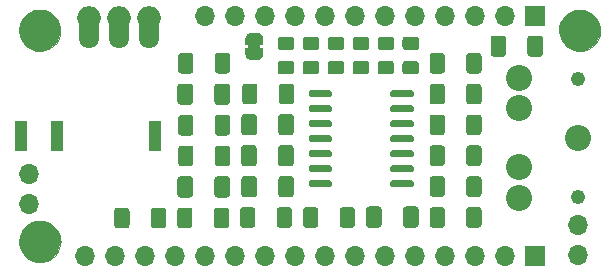
<source format=gbr>
%TF.GenerationSoftware,KiCad,Pcbnew,5.1.10-88a1d61d58~90~ubuntu20.04.1*%
%TF.CreationDate,2022-10-02T00:03:50+07:00*%
%TF.ProjectId,BioAmp-EXG-Pill_1206_rounder,42696f41-6d70-42d4-9558-472d50696c6c,1.0b*%
%TF.SameCoordinates,Original*%
%TF.FileFunction,Soldermask,Top*%
%TF.FilePolarity,Negative*%
%FSLAX46Y46*%
G04 Gerber Fmt 4.6, Leading zero omitted, Abs format (unit mm)*
G04 Created by KiCad (PCBNEW 5.1.10-88a1d61d58~90~ubuntu20.04.1) date 2022-10-02 00:03:50*
%MOMM*%
%LPD*%
G01*
G04 APERTURE LIST*
%ADD10C,0.010000*%
%ADD11C,1.000000*%
%ADD12C,2.700000*%
%ADD13O,1.700000X1.700000*%
%ADD14C,0.100000*%
%ADD15O,2.000000X2.000000*%
%ADD16R,1.700000X1.700000*%
%ADD17R,1.000000X2.500000*%
%ADD18C,1.220000*%
%ADD19C,2.201860*%
%ADD20O,1.700000X3.500000*%
G04 APERTURE END LIST*
D10*
%TO.C,BOARD1*%
G36*
X103735862Y-79972488D02*
G01*
X103991352Y-80045638D01*
X104053166Y-80069968D01*
X104291352Y-80191358D01*
X104505540Y-80345851D01*
X104692897Y-80529885D01*
X104850591Y-80739900D01*
X104975787Y-80972335D01*
X105065653Y-81223628D01*
X105102668Y-81388964D01*
X105125466Y-81546844D01*
X105133061Y-81684804D01*
X105125472Y-81822427D01*
X105103277Y-81976110D01*
X105037030Y-82236730D01*
X104933741Y-82480759D01*
X104796499Y-82704796D01*
X104628390Y-82905436D01*
X104432503Y-83079277D01*
X104211926Y-83222916D01*
X103969746Y-83332949D01*
X103832320Y-83376854D01*
X103728718Y-83397336D01*
X103596618Y-83411903D01*
X103449492Y-83420162D01*
X103300812Y-83421719D01*
X103164052Y-83416180D01*
X103052684Y-83403151D01*
X103036951Y-83400102D01*
X102784373Y-83326500D01*
X102547516Y-83216732D01*
X102330060Y-83074433D01*
X102135681Y-82903236D01*
X101968058Y-82706779D01*
X101830869Y-82488695D01*
X101727791Y-82252619D01*
X101671881Y-82050955D01*
X101649148Y-81892787D01*
X101642395Y-81756851D01*
X102437045Y-81756851D01*
X102444851Y-81820769D01*
X102496668Y-82015354D01*
X102584547Y-82190583D01*
X102705175Y-82342497D01*
X102855239Y-82467136D01*
X103031428Y-82560541D01*
X103078623Y-82578358D01*
X103157953Y-82603039D01*
X103230954Y-82617030D01*
X103313751Y-82622327D01*
X103422465Y-82620923D01*
X103422707Y-82620915D01*
X103523746Y-82616198D01*
X103598160Y-82607315D01*
X103661657Y-82590606D01*
X103729943Y-82562407D01*
X103782729Y-82536977D01*
X103952168Y-82431929D01*
X104091412Y-82302205D01*
X104199528Y-82152789D01*
X104275585Y-81988664D01*
X104318651Y-81814813D01*
X104327794Y-81636220D01*
X104302084Y-81457867D01*
X104240589Y-81284738D01*
X104142376Y-81121815D01*
X104064445Y-81029997D01*
X103919767Y-80903307D01*
X103763131Y-80814811D01*
X103589799Y-80762671D01*
X103395039Y-80745049D01*
X103333292Y-80746155D01*
X103231547Y-80751731D01*
X103156195Y-80761466D01*
X103091295Y-80779159D01*
X103020908Y-80808607D01*
X102971879Y-80832279D01*
X102808450Y-80934983D01*
X102670575Y-81066049D01*
X102561376Y-81219624D01*
X102483974Y-81389852D01*
X102441490Y-81570879D01*
X102437045Y-81756851D01*
X101642395Y-81756851D01*
X101640293Y-81714555D01*
X101645071Y-81532578D01*
X101663235Y-81363174D01*
X101683749Y-81260951D01*
X101751894Y-81056522D01*
X101849928Y-80851852D01*
X101971160Y-80657760D01*
X102108897Y-80485065D01*
X102244514Y-80354324D01*
X102466844Y-80196323D01*
X102705340Y-80075175D01*
X102955744Y-79991548D01*
X103213802Y-79946112D01*
X103475260Y-79939536D01*
X103735862Y-79972488D01*
G37*
X103735862Y-79972488D02*
X103991352Y-80045638D01*
X104053166Y-80069968D01*
X104291352Y-80191358D01*
X104505540Y-80345851D01*
X104692897Y-80529885D01*
X104850591Y-80739900D01*
X104975787Y-80972335D01*
X105065653Y-81223628D01*
X105102668Y-81388964D01*
X105125466Y-81546844D01*
X105133061Y-81684804D01*
X105125472Y-81822427D01*
X105103277Y-81976110D01*
X105037030Y-82236730D01*
X104933741Y-82480759D01*
X104796499Y-82704796D01*
X104628390Y-82905436D01*
X104432503Y-83079277D01*
X104211926Y-83222916D01*
X103969746Y-83332949D01*
X103832320Y-83376854D01*
X103728718Y-83397336D01*
X103596618Y-83411903D01*
X103449492Y-83420162D01*
X103300812Y-83421719D01*
X103164052Y-83416180D01*
X103052684Y-83403151D01*
X103036951Y-83400102D01*
X102784373Y-83326500D01*
X102547516Y-83216732D01*
X102330060Y-83074433D01*
X102135681Y-82903236D01*
X101968058Y-82706779D01*
X101830869Y-82488695D01*
X101727791Y-82252619D01*
X101671881Y-82050955D01*
X101649148Y-81892787D01*
X101642395Y-81756851D01*
X102437045Y-81756851D01*
X102444851Y-81820769D01*
X102496668Y-82015354D01*
X102584547Y-82190583D01*
X102705175Y-82342497D01*
X102855239Y-82467136D01*
X103031428Y-82560541D01*
X103078623Y-82578358D01*
X103157953Y-82603039D01*
X103230954Y-82617030D01*
X103313751Y-82622327D01*
X103422465Y-82620923D01*
X103422707Y-82620915D01*
X103523746Y-82616198D01*
X103598160Y-82607315D01*
X103661657Y-82590606D01*
X103729943Y-82562407D01*
X103782729Y-82536977D01*
X103952168Y-82431929D01*
X104091412Y-82302205D01*
X104199528Y-82152789D01*
X104275585Y-81988664D01*
X104318651Y-81814813D01*
X104327794Y-81636220D01*
X104302084Y-81457867D01*
X104240589Y-81284738D01*
X104142376Y-81121815D01*
X104064445Y-81029997D01*
X103919767Y-80903307D01*
X103763131Y-80814811D01*
X103589799Y-80762671D01*
X103395039Y-80745049D01*
X103333292Y-80746155D01*
X103231547Y-80751731D01*
X103156195Y-80761466D01*
X103091295Y-80779159D01*
X103020908Y-80808607D01*
X102971879Y-80832279D01*
X102808450Y-80934983D01*
X102670575Y-81066049D01*
X102561376Y-81219624D01*
X102483974Y-81389852D01*
X102441490Y-81570879D01*
X102437045Y-81756851D01*
X101642395Y-81756851D01*
X101640293Y-81714555D01*
X101645071Y-81532578D01*
X101663235Y-81363174D01*
X101683749Y-81260951D01*
X101751894Y-81056522D01*
X101849928Y-80851852D01*
X101971160Y-80657760D01*
X102108897Y-80485065D01*
X102244514Y-80354324D01*
X102466844Y-80196323D01*
X102705340Y-80075175D01*
X102955744Y-79991548D01*
X103213802Y-79946112D01*
X103475260Y-79939536D01*
X103735862Y-79972488D01*
G36*
X103481254Y-62084016D02*
G01*
X103628465Y-62092022D01*
X103754871Y-62107180D01*
X103822500Y-62121559D01*
X104077235Y-62211362D01*
X104306923Y-62332477D01*
X104510513Y-62481343D01*
X104686959Y-62654400D01*
X104835212Y-62848086D01*
X104954223Y-63058841D01*
X105042943Y-63283105D01*
X105100325Y-63517315D01*
X105125321Y-63757913D01*
X105116881Y-64001336D01*
X105073957Y-64244023D01*
X104995502Y-64482415D01*
X104880466Y-64712951D01*
X104727801Y-64932068D01*
X104670010Y-65000115D01*
X104489075Y-65172363D01*
X104281336Y-65315940D01*
X104052824Y-65428896D01*
X103809570Y-65509281D01*
X103557604Y-65555145D01*
X103302956Y-65564537D01*
X103051658Y-65535509D01*
X103028750Y-65530804D01*
X102777265Y-65456642D01*
X102541590Y-65346770D01*
X102325351Y-65204861D01*
X102132175Y-65034584D01*
X101965689Y-64839610D01*
X101829522Y-64623610D01*
X101727299Y-64390255D01*
X101663762Y-64149443D01*
X101645311Y-63995994D01*
X101639729Y-63823299D01*
X101640088Y-63814080D01*
X102438441Y-63814080D01*
X102452841Y-63984041D01*
X102497033Y-64149205D01*
X102570738Y-64304885D01*
X102673679Y-64446394D01*
X102805578Y-64569046D01*
X102966158Y-64668152D01*
X103097794Y-64721775D01*
X103175698Y-64742902D01*
X103257862Y-64753862D01*
X103359287Y-64756167D01*
X103422705Y-64754517D01*
X103528339Y-64748728D01*
X103607468Y-64738177D01*
X103675897Y-64719491D01*
X103749432Y-64689300D01*
X103767459Y-64680968D01*
X103933974Y-64581050D01*
X104077860Y-64450447D01*
X104193875Y-64295690D01*
X104276779Y-64123310D01*
X104310579Y-64004180D01*
X104328892Y-63817099D01*
X104308597Y-63632475D01*
X104253015Y-63455948D01*
X104165468Y-63293154D01*
X104049278Y-63149734D01*
X103907765Y-63031327D01*
X103744252Y-62943571D01*
X103670445Y-62917401D01*
X103492550Y-62881967D01*
X103308436Y-62878825D01*
X103130656Y-62907259D01*
X102993198Y-62956047D01*
X102823021Y-63056363D01*
X102684302Y-63180005D01*
X102576762Y-63322284D01*
X102500123Y-63478514D01*
X102454109Y-63644009D01*
X102438441Y-63814080D01*
X101640088Y-63814080D01*
X101646576Y-63647821D01*
X101665416Y-63486022D01*
X101683809Y-63396284D01*
X101768255Y-63147431D01*
X101889379Y-62914609D01*
X102043279Y-62701795D01*
X102226052Y-62512964D01*
X102433795Y-62352092D01*
X102662605Y-62223156D01*
X102908581Y-62130132D01*
X102933500Y-62123087D01*
X103039362Y-62102698D01*
X103174246Y-62089376D01*
X103325696Y-62083141D01*
X103481254Y-62084016D01*
G37*
X103481254Y-62084016D02*
X103628465Y-62092022D01*
X103754871Y-62107180D01*
X103822500Y-62121559D01*
X104077235Y-62211362D01*
X104306923Y-62332477D01*
X104510513Y-62481343D01*
X104686959Y-62654400D01*
X104835212Y-62848086D01*
X104954223Y-63058841D01*
X105042943Y-63283105D01*
X105100325Y-63517315D01*
X105125321Y-63757913D01*
X105116881Y-64001336D01*
X105073957Y-64244023D01*
X104995502Y-64482415D01*
X104880466Y-64712951D01*
X104727801Y-64932068D01*
X104670010Y-65000115D01*
X104489075Y-65172363D01*
X104281336Y-65315940D01*
X104052824Y-65428896D01*
X103809570Y-65509281D01*
X103557604Y-65555145D01*
X103302956Y-65564537D01*
X103051658Y-65535509D01*
X103028750Y-65530804D01*
X102777265Y-65456642D01*
X102541590Y-65346770D01*
X102325351Y-65204861D01*
X102132175Y-65034584D01*
X101965689Y-64839610D01*
X101829522Y-64623610D01*
X101727299Y-64390255D01*
X101663762Y-64149443D01*
X101645311Y-63995994D01*
X101639729Y-63823299D01*
X101640088Y-63814080D01*
X102438441Y-63814080D01*
X102452841Y-63984041D01*
X102497033Y-64149205D01*
X102570738Y-64304885D01*
X102673679Y-64446394D01*
X102805578Y-64569046D01*
X102966158Y-64668152D01*
X103097794Y-64721775D01*
X103175698Y-64742902D01*
X103257862Y-64753862D01*
X103359287Y-64756167D01*
X103422705Y-64754517D01*
X103528339Y-64748728D01*
X103607468Y-64738177D01*
X103675897Y-64719491D01*
X103749432Y-64689300D01*
X103767459Y-64680968D01*
X103933974Y-64581050D01*
X104077860Y-64450447D01*
X104193875Y-64295690D01*
X104276779Y-64123310D01*
X104310579Y-64004180D01*
X104328892Y-63817099D01*
X104308597Y-63632475D01*
X104253015Y-63455948D01*
X104165468Y-63293154D01*
X104049278Y-63149734D01*
X103907765Y-63031327D01*
X103744252Y-62943571D01*
X103670445Y-62917401D01*
X103492550Y-62881967D01*
X103308436Y-62878825D01*
X103130656Y-62907259D01*
X102993198Y-62956047D01*
X102823021Y-63056363D01*
X102684302Y-63180005D01*
X102576762Y-63322284D01*
X102500123Y-63478514D01*
X102454109Y-63644009D01*
X102438441Y-63814080D01*
X101640088Y-63814080D01*
X101646576Y-63647821D01*
X101665416Y-63486022D01*
X101683809Y-63396284D01*
X101768255Y-63147431D01*
X101889379Y-62914609D01*
X102043279Y-62701795D01*
X102226052Y-62512964D01*
X102433795Y-62352092D01*
X102662605Y-62223156D01*
X102908581Y-62130132D01*
X102933500Y-62123087D01*
X103039362Y-62102698D01*
X103174246Y-62089376D01*
X103325696Y-62083141D01*
X103481254Y-62084016D01*
G36*
X149216159Y-62085103D02*
G01*
X149312595Y-62087064D01*
X149386749Y-62091909D01*
X149448646Y-62100928D01*
X149508311Y-62115413D01*
X149575768Y-62136653D01*
X149627166Y-62154217D01*
X149883253Y-62263746D01*
X150113924Y-62405387D01*
X150316927Y-62576570D01*
X150490010Y-62774727D01*
X150630921Y-62997287D01*
X150737408Y-63241683D01*
X150806056Y-63499150D01*
X150825754Y-63662508D01*
X150829438Y-63846455D01*
X150817857Y-64033904D01*
X150791762Y-64207766D01*
X150771256Y-64292240D01*
X150678671Y-64539980D01*
X150549971Y-64769890D01*
X150388961Y-64978224D01*
X150199448Y-65161236D01*
X149985239Y-65315179D01*
X149750138Y-65436309D01*
X149531916Y-65511989D01*
X149457575Y-65526467D01*
X149353823Y-65539124D01*
X149232939Y-65549254D01*
X149107205Y-65556150D01*
X148988900Y-65559107D01*
X148890305Y-65557416D01*
X148833416Y-65552171D01*
X148573042Y-65489993D01*
X148329844Y-65391848D01*
X148106674Y-65261040D01*
X147906387Y-65100877D01*
X147731833Y-64914666D01*
X147585866Y-64705714D01*
X147471339Y-64477327D01*
X147391104Y-64232813D01*
X147348014Y-63975477D01*
X147341166Y-63822372D01*
X147341490Y-63817662D01*
X148145500Y-63817662D01*
X148165407Y-64017702D01*
X148223341Y-64202401D01*
X148316620Y-64368026D01*
X148442558Y-64510847D01*
X148598475Y-64627133D01*
X148781686Y-64713154D01*
X148792127Y-64716804D01*
X148948967Y-64752436D01*
X149120715Y-64760532D01*
X149290096Y-64741059D01*
X149378013Y-64717924D01*
X149558868Y-64637310D01*
X149715166Y-64524683D01*
X149843617Y-64384580D01*
X149940933Y-64221538D01*
X150003824Y-64040097D01*
X150029001Y-63844793D01*
X150029333Y-63819274D01*
X150009315Y-63618690D01*
X149950797Y-63433004D01*
X149856083Y-63265838D01*
X149727479Y-63120815D01*
X149567287Y-63001557D01*
X149479000Y-62954120D01*
X149417702Y-62925987D01*
X149366144Y-62907259D01*
X149312986Y-62896032D01*
X149246890Y-62890403D01*
X149156517Y-62888466D01*
X149086971Y-62888284D01*
X148977458Y-62888871D01*
X148898997Y-62891940D01*
X148840307Y-62899453D01*
X148790110Y-62913374D01*
X148737126Y-62935664D01*
X148693439Y-62956757D01*
X148516581Y-63065241D01*
X148371925Y-63199394D01*
X148261294Y-63356348D01*
X148186516Y-63533233D01*
X148149416Y-63727180D01*
X148145500Y-63817662D01*
X147341490Y-63817662D01*
X147359788Y-63552350D01*
X147416206Y-63300014D01*
X147511252Y-63063385D01*
X147645754Y-62840489D01*
X147820544Y-62629348D01*
X147858743Y-62590029D01*
X148015348Y-62445259D01*
X148169564Y-62331362D01*
X148334722Y-62239906D01*
X148524155Y-62162458D01*
X148547666Y-62154217D01*
X148625265Y-62128022D01*
X148688711Y-62109401D01*
X148748029Y-62097065D01*
X148813244Y-62089721D01*
X148894382Y-62086081D01*
X149001467Y-62084853D01*
X149087416Y-62084737D01*
X149216159Y-62085103D01*
G37*
X149216159Y-62085103D02*
X149312595Y-62087064D01*
X149386749Y-62091909D01*
X149448646Y-62100928D01*
X149508311Y-62115413D01*
X149575768Y-62136653D01*
X149627166Y-62154217D01*
X149883253Y-62263746D01*
X150113924Y-62405387D01*
X150316927Y-62576570D01*
X150490010Y-62774727D01*
X150630921Y-62997287D01*
X150737408Y-63241683D01*
X150806056Y-63499150D01*
X150825754Y-63662508D01*
X150829438Y-63846455D01*
X150817857Y-64033904D01*
X150791762Y-64207766D01*
X150771256Y-64292240D01*
X150678671Y-64539980D01*
X150549971Y-64769890D01*
X150388961Y-64978224D01*
X150199448Y-65161236D01*
X149985239Y-65315179D01*
X149750138Y-65436309D01*
X149531916Y-65511989D01*
X149457575Y-65526467D01*
X149353823Y-65539124D01*
X149232939Y-65549254D01*
X149107205Y-65556150D01*
X148988900Y-65559107D01*
X148890305Y-65557416D01*
X148833416Y-65552171D01*
X148573042Y-65489993D01*
X148329844Y-65391848D01*
X148106674Y-65261040D01*
X147906387Y-65100877D01*
X147731833Y-64914666D01*
X147585866Y-64705714D01*
X147471339Y-64477327D01*
X147391104Y-64232813D01*
X147348014Y-63975477D01*
X147341166Y-63822372D01*
X147341490Y-63817662D01*
X148145500Y-63817662D01*
X148165407Y-64017702D01*
X148223341Y-64202401D01*
X148316620Y-64368026D01*
X148442558Y-64510847D01*
X148598475Y-64627133D01*
X148781686Y-64713154D01*
X148792127Y-64716804D01*
X148948967Y-64752436D01*
X149120715Y-64760532D01*
X149290096Y-64741059D01*
X149378013Y-64717924D01*
X149558868Y-64637310D01*
X149715166Y-64524683D01*
X149843617Y-64384580D01*
X149940933Y-64221538D01*
X150003824Y-64040097D01*
X150029001Y-63844793D01*
X150029333Y-63819274D01*
X150009315Y-63618690D01*
X149950797Y-63433004D01*
X149856083Y-63265838D01*
X149727479Y-63120815D01*
X149567287Y-63001557D01*
X149479000Y-62954120D01*
X149417702Y-62925987D01*
X149366144Y-62907259D01*
X149312986Y-62896032D01*
X149246890Y-62890403D01*
X149156517Y-62888466D01*
X149086971Y-62888284D01*
X148977458Y-62888871D01*
X148898997Y-62891940D01*
X148840307Y-62899453D01*
X148790110Y-62913374D01*
X148737126Y-62935664D01*
X148693439Y-62956757D01*
X148516581Y-63065241D01*
X148371925Y-63199394D01*
X148261294Y-63356348D01*
X148186516Y-63533233D01*
X148149416Y-63727180D01*
X148145500Y-63817662D01*
X147341490Y-63817662D01*
X147359788Y-63552350D01*
X147416206Y-63300014D01*
X147511252Y-63063385D01*
X147645754Y-62840489D01*
X147820544Y-62629348D01*
X147858743Y-62590029D01*
X148015348Y-62445259D01*
X148169564Y-62331362D01*
X148334722Y-62239906D01*
X148524155Y-62162458D01*
X148547666Y-62154217D01*
X148625265Y-62128022D01*
X148688711Y-62109401D01*
X148748029Y-62097065D01*
X148813244Y-62089721D01*
X148894382Y-62086081D01*
X149001467Y-62084853D01*
X149087416Y-62084737D01*
X149216159Y-62085103D01*
D11*
%TO.C,JP5*%
X121526300Y-65496200D02*
X121526300Y-64861200D01*
%TD*%
D12*
%TO.C,BOARD1*%
X103378000Y-63805967D03*
X103378000Y-81673700D03*
X149091516Y-63805967D03*
%TD*%
D13*
%TO.C,JP4*%
X148971000Y-82804000D03*
X148971000Y-80264000D03*
%TD*%
D14*
%TO.C,JP5*%
G36*
X120789602Y-64516000D02*
G01*
X120789602Y-64491466D01*
X120794412Y-64442635D01*
X120803984Y-64394510D01*
X120818228Y-64347555D01*
X120837005Y-64302222D01*
X120860136Y-64258949D01*
X120887396Y-64218150D01*
X120918524Y-64180221D01*
X120953221Y-64145524D01*
X120991150Y-64114396D01*
X121031949Y-64087136D01*
X121075222Y-64064005D01*
X121120555Y-64045228D01*
X121167510Y-64030984D01*
X121215635Y-64021412D01*
X121264466Y-64016602D01*
X121289000Y-64016602D01*
X121289000Y-64016000D01*
X121789000Y-64016000D01*
X121789000Y-64016602D01*
X121813534Y-64016602D01*
X121862365Y-64021412D01*
X121910490Y-64030984D01*
X121957445Y-64045228D01*
X122002778Y-64064005D01*
X122046051Y-64087136D01*
X122086850Y-64114396D01*
X122124779Y-64145524D01*
X122159476Y-64180221D01*
X122190604Y-64218150D01*
X122217864Y-64258949D01*
X122240995Y-64302222D01*
X122259772Y-64347555D01*
X122274016Y-64394510D01*
X122283588Y-64442635D01*
X122288398Y-64491466D01*
X122288398Y-64516000D01*
X122289000Y-64516000D01*
X122289000Y-65016000D01*
X120789000Y-65016000D01*
X120789000Y-64516000D01*
X120789602Y-64516000D01*
G37*
G36*
X122289000Y-65316000D02*
G01*
X122289000Y-65816000D01*
X122288398Y-65816000D01*
X122288398Y-65840534D01*
X122283588Y-65889365D01*
X122274016Y-65937490D01*
X122259772Y-65984445D01*
X122240995Y-66029778D01*
X122217864Y-66073051D01*
X122190604Y-66113850D01*
X122159476Y-66151779D01*
X122124779Y-66186476D01*
X122086850Y-66217604D01*
X122046051Y-66244864D01*
X122002778Y-66267995D01*
X121957445Y-66286772D01*
X121910490Y-66301016D01*
X121862365Y-66310588D01*
X121813534Y-66315398D01*
X121789000Y-66315398D01*
X121789000Y-66316000D01*
X121289000Y-66316000D01*
X121289000Y-66315398D01*
X121264466Y-66315398D01*
X121215635Y-66310588D01*
X121167510Y-66301016D01*
X121120555Y-66286772D01*
X121075222Y-66267995D01*
X121031949Y-66244864D01*
X120991150Y-66217604D01*
X120953221Y-66186476D01*
X120918524Y-66151779D01*
X120887396Y-66113850D01*
X120860136Y-66073051D01*
X120837005Y-66029778D01*
X120818228Y-65984445D01*
X120803984Y-65937490D01*
X120794412Y-65889365D01*
X120789602Y-65840534D01*
X120789602Y-65816000D01*
X120789000Y-65816000D01*
X120789000Y-65316000D01*
X122289000Y-65316000D01*
G37*
%TD*%
D13*
%TO.C,JP3*%
X102489000Y-78486000D03*
X102489000Y-75946000D03*
%TD*%
D15*
%TO.C,J2*%
X107569000Y-62738000D03*
X110109000Y-62738000D03*
X112649000Y-62738000D03*
%TD*%
D13*
%TO.C,F2*%
X117348000Y-62636400D03*
X119888000Y-62636400D03*
X122428000Y-62636400D03*
X124968000Y-62636400D03*
X127508000Y-62636400D03*
X130048000Y-62636400D03*
X132588000Y-62636400D03*
X135128000Y-62636400D03*
X137668000Y-62636400D03*
X140208000Y-62636400D03*
X142748000Y-62636400D03*
D16*
X145288000Y-62636400D03*
%TD*%
D13*
%TO.C,F1*%
X107188000Y-82956400D03*
X109728000Y-82956400D03*
X112268000Y-82956400D03*
X114808000Y-82956400D03*
X117348000Y-82956400D03*
X119888000Y-82956400D03*
X122428000Y-82956400D03*
X124968000Y-82956400D03*
X127508000Y-82956400D03*
X130048000Y-82956400D03*
X132588000Y-82956400D03*
X135128000Y-82956400D03*
X137668000Y-82956400D03*
X140208000Y-82956400D03*
X142748000Y-82956400D03*
D16*
X145288000Y-82956400D03*
%TD*%
%TO.C,R18*%
G36*
G01*
X114074300Y-79080199D02*
X114074300Y-80330201D01*
G75*
G02*
X113824301Y-80580200I-249999J0D01*
G01*
X113024299Y-80580200D01*
G75*
G02*
X112774300Y-80330201I0J249999D01*
G01*
X112774300Y-79080199D01*
G75*
G02*
X113024299Y-78830200I249999J0D01*
G01*
X113824301Y-78830200D01*
G75*
G02*
X114074300Y-79080199I0J-249999D01*
G01*
G37*
G36*
G01*
X110974300Y-79080199D02*
X110974300Y-80330201D01*
G75*
G02*
X110724301Y-80580200I-249999J0D01*
G01*
X109924299Y-80580200D01*
G75*
G02*
X109674300Y-80330201I0J249999D01*
G01*
X109674300Y-79080199D01*
G75*
G02*
X109924299Y-78830200I249999J0D01*
G01*
X110724301Y-78830200D01*
G75*
G02*
X110974300Y-79080199I0J-249999D01*
G01*
G37*
%TD*%
%TO.C,R17*%
G36*
G01*
X115003920Y-80317501D02*
X115003920Y-79067499D01*
G75*
G02*
X115253919Y-78817500I249999J0D01*
G01*
X116053921Y-78817500D01*
G75*
G02*
X116303920Y-79067499I0J-249999D01*
G01*
X116303920Y-80317501D01*
G75*
G02*
X116053921Y-80567500I-249999J0D01*
G01*
X115253919Y-80567500D01*
G75*
G02*
X115003920Y-80317501I0J249999D01*
G01*
G37*
G36*
G01*
X118103920Y-80317501D02*
X118103920Y-79067499D01*
G75*
G02*
X118353919Y-78817500I249999J0D01*
G01*
X119153921Y-78817500D01*
G75*
G02*
X119403920Y-79067499I0J-249999D01*
G01*
X119403920Y-80317501D01*
G75*
G02*
X119153921Y-80567500I-249999J0D01*
G01*
X118353919Y-80567500D01*
G75*
G02*
X118103920Y-80317501I0J249999D01*
G01*
G37*
%TD*%
%TO.C,D1*%
G36*
G01*
X135235101Y-67551100D02*
X134335099Y-67551100D01*
G75*
G02*
X134085100Y-67301101I0J249999D01*
G01*
X134085100Y-66651099D01*
G75*
G02*
X134335099Y-66401100I249999J0D01*
G01*
X135235101Y-66401100D01*
G75*
G02*
X135485100Y-66651099I0J-249999D01*
G01*
X135485100Y-67301101D01*
G75*
G02*
X135235101Y-67551100I-249999J0D01*
G01*
G37*
G36*
G01*
X135235101Y-65501100D02*
X134335099Y-65501100D01*
G75*
G02*
X134085100Y-65251101I0J249999D01*
G01*
X134085100Y-64601099D01*
G75*
G02*
X134335099Y-64351100I249999J0D01*
G01*
X135235101Y-64351100D01*
G75*
G02*
X135485100Y-64601099I0J-249999D01*
G01*
X135485100Y-65251101D01*
G75*
G02*
X135235101Y-65501100I-249999J0D01*
G01*
G37*
%TD*%
D17*
%TO.C,J3*%
X101749400Y-72732900D03*
X104849400Y-72732900D03*
X113149400Y-72732900D03*
%TD*%
%TO.C,U1*%
G36*
G01*
X128119100Y-76659600D02*
X128119100Y-76959600D01*
G75*
G02*
X127969100Y-77109600I-150000J0D01*
G01*
X126294100Y-77109600D01*
G75*
G02*
X126144100Y-76959600I0J150000D01*
G01*
X126144100Y-76659600D01*
G75*
G02*
X126294100Y-76509600I150000J0D01*
G01*
X127969100Y-76509600D01*
G75*
G02*
X128119100Y-76659600I0J-150000D01*
G01*
G37*
G36*
G01*
X128119100Y-75389600D02*
X128119100Y-75689600D01*
G75*
G02*
X127969100Y-75839600I-150000J0D01*
G01*
X126294100Y-75839600D01*
G75*
G02*
X126144100Y-75689600I0J150000D01*
G01*
X126144100Y-75389600D01*
G75*
G02*
X126294100Y-75239600I150000J0D01*
G01*
X127969100Y-75239600D01*
G75*
G02*
X128119100Y-75389600I0J-150000D01*
G01*
G37*
G36*
G01*
X128119100Y-74119600D02*
X128119100Y-74419600D01*
G75*
G02*
X127969100Y-74569600I-150000J0D01*
G01*
X126294100Y-74569600D01*
G75*
G02*
X126144100Y-74419600I0J150000D01*
G01*
X126144100Y-74119600D01*
G75*
G02*
X126294100Y-73969600I150000J0D01*
G01*
X127969100Y-73969600D01*
G75*
G02*
X128119100Y-74119600I0J-150000D01*
G01*
G37*
G36*
G01*
X128119100Y-72849600D02*
X128119100Y-73149600D01*
G75*
G02*
X127969100Y-73299600I-150000J0D01*
G01*
X126294100Y-73299600D01*
G75*
G02*
X126144100Y-73149600I0J150000D01*
G01*
X126144100Y-72849600D01*
G75*
G02*
X126294100Y-72699600I150000J0D01*
G01*
X127969100Y-72699600D01*
G75*
G02*
X128119100Y-72849600I0J-150000D01*
G01*
G37*
G36*
G01*
X128119100Y-71579600D02*
X128119100Y-71879600D01*
G75*
G02*
X127969100Y-72029600I-150000J0D01*
G01*
X126294100Y-72029600D01*
G75*
G02*
X126144100Y-71879600I0J150000D01*
G01*
X126144100Y-71579600D01*
G75*
G02*
X126294100Y-71429600I150000J0D01*
G01*
X127969100Y-71429600D01*
G75*
G02*
X128119100Y-71579600I0J-150000D01*
G01*
G37*
G36*
G01*
X128119100Y-70309600D02*
X128119100Y-70609600D01*
G75*
G02*
X127969100Y-70759600I-150000J0D01*
G01*
X126294100Y-70759600D01*
G75*
G02*
X126144100Y-70609600I0J150000D01*
G01*
X126144100Y-70309600D01*
G75*
G02*
X126294100Y-70159600I150000J0D01*
G01*
X127969100Y-70159600D01*
G75*
G02*
X128119100Y-70309600I0J-150000D01*
G01*
G37*
G36*
G01*
X128119100Y-69039600D02*
X128119100Y-69339600D01*
G75*
G02*
X127969100Y-69489600I-150000J0D01*
G01*
X126294100Y-69489600D01*
G75*
G02*
X126144100Y-69339600I0J150000D01*
G01*
X126144100Y-69039600D01*
G75*
G02*
X126294100Y-68889600I150000J0D01*
G01*
X127969100Y-68889600D01*
G75*
G02*
X128119100Y-69039600I0J-150000D01*
G01*
G37*
G36*
G01*
X135044100Y-69039600D02*
X135044100Y-69339600D01*
G75*
G02*
X134894100Y-69489600I-150000J0D01*
G01*
X133219100Y-69489600D01*
G75*
G02*
X133069100Y-69339600I0J150000D01*
G01*
X133069100Y-69039600D01*
G75*
G02*
X133219100Y-68889600I150000J0D01*
G01*
X134894100Y-68889600D01*
G75*
G02*
X135044100Y-69039600I0J-150000D01*
G01*
G37*
G36*
G01*
X135044100Y-70309600D02*
X135044100Y-70609600D01*
G75*
G02*
X134894100Y-70759600I-150000J0D01*
G01*
X133219100Y-70759600D01*
G75*
G02*
X133069100Y-70609600I0J150000D01*
G01*
X133069100Y-70309600D01*
G75*
G02*
X133219100Y-70159600I150000J0D01*
G01*
X134894100Y-70159600D01*
G75*
G02*
X135044100Y-70309600I0J-150000D01*
G01*
G37*
G36*
G01*
X135044100Y-71579600D02*
X135044100Y-71879600D01*
G75*
G02*
X134894100Y-72029600I-150000J0D01*
G01*
X133219100Y-72029600D01*
G75*
G02*
X133069100Y-71879600I0J150000D01*
G01*
X133069100Y-71579600D01*
G75*
G02*
X133219100Y-71429600I150000J0D01*
G01*
X134894100Y-71429600D01*
G75*
G02*
X135044100Y-71579600I0J-150000D01*
G01*
G37*
G36*
G01*
X135044100Y-72849600D02*
X135044100Y-73149600D01*
G75*
G02*
X134894100Y-73299600I-150000J0D01*
G01*
X133219100Y-73299600D01*
G75*
G02*
X133069100Y-73149600I0J150000D01*
G01*
X133069100Y-72849600D01*
G75*
G02*
X133219100Y-72699600I150000J0D01*
G01*
X134894100Y-72699600D01*
G75*
G02*
X135044100Y-72849600I0J-150000D01*
G01*
G37*
G36*
G01*
X135044100Y-74119600D02*
X135044100Y-74419600D01*
G75*
G02*
X134894100Y-74569600I-150000J0D01*
G01*
X133219100Y-74569600D01*
G75*
G02*
X133069100Y-74419600I0J150000D01*
G01*
X133069100Y-74119600D01*
G75*
G02*
X133219100Y-73969600I150000J0D01*
G01*
X134894100Y-73969600D01*
G75*
G02*
X135044100Y-74119600I0J-150000D01*
G01*
G37*
G36*
G01*
X135044100Y-75389600D02*
X135044100Y-75689600D01*
G75*
G02*
X134894100Y-75839600I-150000J0D01*
G01*
X133219100Y-75839600D01*
G75*
G02*
X133069100Y-75689600I0J150000D01*
G01*
X133069100Y-75389600D01*
G75*
G02*
X133219100Y-75239600I150000J0D01*
G01*
X134894100Y-75239600D01*
G75*
G02*
X135044100Y-75389600I0J-150000D01*
G01*
G37*
G36*
G01*
X135044100Y-76659600D02*
X135044100Y-76959600D01*
G75*
G02*
X134894100Y-77109600I-150000J0D01*
G01*
X133219100Y-77109600D01*
G75*
G02*
X133069100Y-76959600I0J150000D01*
G01*
X133069100Y-76659600D01*
G75*
G02*
X133219100Y-76509600I150000J0D01*
G01*
X134894100Y-76509600D01*
G75*
G02*
X135044100Y-76659600I0J-150000D01*
G01*
G37*
%TD*%
D18*
%TO.C,J4*%
X148920200Y-67906900D03*
X148920200Y-77939900D03*
D19*
X143984980Y-70424040D03*
X143984980Y-67825620D03*
X148983700Y-72923400D03*
X143984980Y-75422760D03*
X143984980Y-78021180D03*
%TD*%
%TO.C,R2*%
G36*
G01*
X140782400Y-73807159D02*
X140782400Y-75057161D01*
G75*
G02*
X140532401Y-75307160I-249999J0D01*
G01*
X139732399Y-75307160D01*
G75*
G02*
X139482400Y-75057161I0J249999D01*
G01*
X139482400Y-73807159D01*
G75*
G02*
X139732399Y-73557160I249999J0D01*
G01*
X140532401Y-73557160D01*
G75*
G02*
X140782400Y-73807159I0J-249999D01*
G01*
G37*
G36*
G01*
X137682400Y-73807159D02*
X137682400Y-75057161D01*
G75*
G02*
X137432401Y-75307160I-249999J0D01*
G01*
X136632399Y-75307160D01*
G75*
G02*
X136382400Y-75057161I0J249999D01*
G01*
X136382400Y-73807159D01*
G75*
G02*
X136632399Y-73557160I249999J0D01*
G01*
X137432401Y-73557160D01*
G75*
G02*
X137682400Y-73807159I0J-249999D01*
G01*
G37*
%TD*%
%TO.C,R4*%
G36*
G01*
X136382400Y-77668281D02*
X136382400Y-76418279D01*
G75*
G02*
X136632399Y-76168280I249999J0D01*
G01*
X137432401Y-76168280D01*
G75*
G02*
X137682400Y-76418279I0J-249999D01*
G01*
X137682400Y-77668281D01*
G75*
G02*
X137432401Y-77918280I-249999J0D01*
G01*
X136632399Y-77918280D01*
G75*
G02*
X136382400Y-77668281I0J249999D01*
G01*
G37*
G36*
G01*
X139482400Y-77668281D02*
X139482400Y-76418279D01*
G75*
G02*
X139732399Y-76168280I249999J0D01*
G01*
X140532401Y-76168280D01*
G75*
G02*
X140782400Y-76418279I0J-249999D01*
G01*
X140782400Y-77668281D01*
G75*
G02*
X140532401Y-77918280I-249999J0D01*
G01*
X139732399Y-77918280D01*
G75*
G02*
X139482400Y-77668281I0J249999D01*
G01*
G37*
%TD*%
%TO.C,R5*%
G36*
G01*
X140782400Y-68584919D02*
X140782400Y-69834921D01*
G75*
G02*
X140532401Y-70084920I-249999J0D01*
G01*
X139732399Y-70084920D01*
G75*
G02*
X139482400Y-69834921I0J249999D01*
G01*
X139482400Y-68584919D01*
G75*
G02*
X139732399Y-68334920I249999J0D01*
G01*
X140532401Y-68334920D01*
G75*
G02*
X140782400Y-68584919I0J-249999D01*
G01*
G37*
G36*
G01*
X137682400Y-68584919D02*
X137682400Y-69834921D01*
G75*
G02*
X137432401Y-70084920I-249999J0D01*
G01*
X136632399Y-70084920D01*
G75*
G02*
X136382400Y-69834921I0J249999D01*
G01*
X136382400Y-68584919D01*
G75*
G02*
X136632399Y-68334920I249999J0D01*
G01*
X137432401Y-68334920D01*
G75*
G02*
X137682400Y-68584919I0J-249999D01*
G01*
G37*
%TD*%
%TO.C,R6*%
G36*
G01*
X136382400Y-72446041D02*
X136382400Y-71196039D01*
G75*
G02*
X136632399Y-70946040I249999J0D01*
G01*
X137432401Y-70946040D01*
G75*
G02*
X137682400Y-71196039I0J-249999D01*
G01*
X137682400Y-72446041D01*
G75*
G02*
X137432401Y-72696040I-249999J0D01*
G01*
X136632399Y-72696040D01*
G75*
G02*
X136382400Y-72446041I0J249999D01*
G01*
G37*
G36*
G01*
X139482400Y-72446041D02*
X139482400Y-71196039D01*
G75*
G02*
X139732399Y-70946040I249999J0D01*
G01*
X140532401Y-70946040D01*
G75*
G02*
X140782400Y-71196039I0J-249999D01*
G01*
X140782400Y-72446041D01*
G75*
G02*
X140532401Y-72696040I-249999J0D01*
G01*
X139732399Y-72696040D01*
G75*
G02*
X139482400Y-72446041I0J249999D01*
G01*
G37*
%TD*%
%TO.C,R8*%
G36*
G01*
X120333540Y-80279401D02*
X120333540Y-79029399D01*
G75*
G02*
X120583539Y-78779400I249999J0D01*
G01*
X121383541Y-78779400D01*
G75*
G02*
X121633540Y-79029399I0J-249999D01*
G01*
X121633540Y-80279401D01*
G75*
G02*
X121383541Y-80529400I-249999J0D01*
G01*
X120583539Y-80529400D01*
G75*
G02*
X120333540Y-80279401I0J249999D01*
G01*
G37*
G36*
G01*
X123433540Y-80279401D02*
X123433540Y-79029399D01*
G75*
G02*
X123683539Y-78779400I249999J0D01*
G01*
X124483541Y-78779400D01*
G75*
G02*
X124733540Y-79029399I0J-249999D01*
G01*
X124733540Y-80279401D01*
G75*
G02*
X124483541Y-80529400I-249999J0D01*
G01*
X123683539Y-80529400D01*
G75*
G02*
X123433540Y-80279401I0J249999D01*
G01*
G37*
%TD*%
%TO.C,R9*%
G36*
G01*
X140782400Y-79029399D02*
X140782400Y-80279401D01*
G75*
G02*
X140532401Y-80529400I-249999J0D01*
G01*
X139732399Y-80529400D01*
G75*
G02*
X139482400Y-80279401I0J249999D01*
G01*
X139482400Y-79029399D01*
G75*
G02*
X139732399Y-78779400I249999J0D01*
G01*
X140532401Y-78779400D01*
G75*
G02*
X140782400Y-79029399I0J-249999D01*
G01*
G37*
G36*
G01*
X137682400Y-79029399D02*
X137682400Y-80279401D01*
G75*
G02*
X137432401Y-80529400I-249999J0D01*
G01*
X136632399Y-80529400D01*
G75*
G02*
X136382400Y-80279401I0J249999D01*
G01*
X136382400Y-79029399D01*
G75*
G02*
X136632399Y-78779400I249999J0D01*
G01*
X137432401Y-78779400D01*
G75*
G02*
X137682400Y-79029399I0J-249999D01*
G01*
G37*
%TD*%
%TO.C,R11*%
G36*
G01*
X120506800Y-69827301D02*
X120506800Y-68577299D01*
G75*
G02*
X120756799Y-68327300I249999J0D01*
G01*
X121556801Y-68327300D01*
G75*
G02*
X121806800Y-68577299I0J-249999D01*
G01*
X121806800Y-69827301D01*
G75*
G02*
X121556801Y-70077300I-249999J0D01*
G01*
X120756799Y-70077300D01*
G75*
G02*
X120506800Y-69827301I0J249999D01*
G01*
G37*
G36*
G01*
X123606800Y-69827301D02*
X123606800Y-68577299D01*
G75*
G02*
X123856799Y-68327300I249999J0D01*
G01*
X124656801Y-68327300D01*
G75*
G02*
X124906800Y-68577299I0J-249999D01*
G01*
X124906800Y-69827301D01*
G75*
G02*
X124656801Y-70077300I-249999J0D01*
G01*
X123856799Y-70077300D01*
G75*
G02*
X123606800Y-69827301I0J249999D01*
G01*
G37*
%TD*%
%TO.C,R12*%
G36*
G01*
X140782400Y-65973799D02*
X140782400Y-67223801D01*
G75*
G02*
X140532401Y-67473800I-249999J0D01*
G01*
X139732399Y-67473800D01*
G75*
G02*
X139482400Y-67223801I0J249999D01*
G01*
X139482400Y-65973799D01*
G75*
G02*
X139732399Y-65723800I249999J0D01*
G01*
X140532401Y-65723800D01*
G75*
G02*
X140782400Y-65973799I0J-249999D01*
G01*
G37*
G36*
G01*
X137682400Y-65973799D02*
X137682400Y-67223801D01*
G75*
G02*
X137432401Y-67473800I-249999J0D01*
G01*
X136632399Y-67473800D01*
G75*
G02*
X136382400Y-67223801I0J249999D01*
G01*
X136382400Y-65973799D01*
G75*
G02*
X136632399Y-65723800I249999J0D01*
G01*
X137432401Y-65723800D01*
G75*
G02*
X137682400Y-65973799I0J-249999D01*
G01*
G37*
%TD*%
%TO.C,R13*%
G36*
G01*
X119490280Y-71223279D02*
X119490280Y-72473281D01*
G75*
G02*
X119240281Y-72723280I-249999J0D01*
G01*
X118440279Y-72723280D01*
G75*
G02*
X118190280Y-72473281I0J249999D01*
G01*
X118190280Y-71223279D01*
G75*
G02*
X118440279Y-70973280I249999J0D01*
G01*
X119240281Y-70973280D01*
G75*
G02*
X119490280Y-71223279I0J-249999D01*
G01*
G37*
G36*
G01*
X116390280Y-71223279D02*
X116390280Y-72473281D01*
G75*
G02*
X116140281Y-72723280I-249999J0D01*
G01*
X115340279Y-72723280D01*
G75*
G02*
X115090280Y-72473281I0J249999D01*
G01*
X115090280Y-71223279D01*
G75*
G02*
X115340279Y-70973280I249999J0D01*
G01*
X116140281Y-70973280D01*
G75*
G02*
X116390280Y-71223279I0J-249999D01*
G01*
G37*
%TD*%
%TO.C,R14*%
G36*
G01*
X130063160Y-79029399D02*
X130063160Y-80279401D01*
G75*
G02*
X129813161Y-80529400I-249999J0D01*
G01*
X129013159Y-80529400D01*
G75*
G02*
X128763160Y-80279401I0J249999D01*
G01*
X128763160Y-79029399D01*
G75*
G02*
X129013159Y-78779400I249999J0D01*
G01*
X129813161Y-78779400D01*
G75*
G02*
X130063160Y-79029399I0J-249999D01*
G01*
G37*
G36*
G01*
X126963160Y-79029399D02*
X126963160Y-80279401D01*
G75*
G02*
X126713161Y-80529400I-249999J0D01*
G01*
X125913159Y-80529400D01*
G75*
G02*
X125663160Y-80279401I0J249999D01*
G01*
X125663160Y-79029399D01*
G75*
G02*
X125913159Y-78779400I249999J0D01*
G01*
X126713161Y-78779400D01*
G75*
G02*
X126963160Y-79029399I0J-249999D01*
G01*
G37*
%TD*%
%TO.C,R15*%
G36*
G01*
X115090280Y-75068021D02*
X115090280Y-73818019D01*
G75*
G02*
X115340279Y-73568020I249999J0D01*
G01*
X116140281Y-73568020D01*
G75*
G02*
X116390280Y-73818019I0J-249999D01*
G01*
X116390280Y-75068021D01*
G75*
G02*
X116140281Y-75318020I-249999J0D01*
G01*
X115340279Y-75318020D01*
G75*
G02*
X115090280Y-75068021I0J249999D01*
G01*
G37*
G36*
G01*
X118190280Y-75068021D02*
X118190280Y-73818019D01*
G75*
G02*
X118440279Y-73568020I249999J0D01*
G01*
X119240281Y-73568020D01*
G75*
G02*
X119490280Y-73818019I0J-249999D01*
G01*
X119490280Y-75068021D01*
G75*
G02*
X119240281Y-75318020I-249999J0D01*
G01*
X118440279Y-75318020D01*
G75*
G02*
X118190280Y-75068021I0J249999D01*
G01*
G37*
%TD*%
%TO.C,C1*%
G36*
G01*
X141539000Y-65801002D02*
X141539000Y-64500998D01*
G75*
G02*
X141788998Y-64251000I249998J0D01*
G01*
X142614002Y-64251000D01*
G75*
G02*
X142864000Y-64500998I0J-249998D01*
G01*
X142864000Y-65801002D01*
G75*
G02*
X142614002Y-66051000I-249998J0D01*
G01*
X141788998Y-66051000D01*
G75*
G02*
X141539000Y-65801002I0J249998D01*
G01*
G37*
G36*
G01*
X144664000Y-65801002D02*
X144664000Y-64500998D01*
G75*
G02*
X144913998Y-64251000I249998J0D01*
G01*
X145739002Y-64251000D01*
G75*
G02*
X145989000Y-64500998I0J-249998D01*
G01*
X145989000Y-65801002D01*
G75*
G02*
X145739002Y-66051000I-249998J0D01*
G01*
X144913998Y-66051000D01*
G75*
G02*
X144664000Y-65801002I0J249998D01*
G01*
G37*
%TD*%
%TO.C,C2*%
G36*
G01*
X120418500Y-75078352D02*
X120418500Y-73778348D01*
G75*
G02*
X120668498Y-73528350I249998J0D01*
G01*
X121493502Y-73528350D01*
G75*
G02*
X121743500Y-73778348I0J-249998D01*
G01*
X121743500Y-75078352D01*
G75*
G02*
X121493502Y-75328350I-249998J0D01*
G01*
X120668498Y-75328350D01*
G75*
G02*
X120418500Y-75078352I0J249998D01*
G01*
G37*
G36*
G01*
X123543500Y-75078352D02*
X123543500Y-73778348D01*
G75*
G02*
X123793498Y-73528350I249998J0D01*
G01*
X124618502Y-73528350D01*
G75*
G02*
X124868500Y-73778348I0J-249998D01*
G01*
X124868500Y-75078352D01*
G75*
G02*
X124618502Y-75328350I-249998J0D01*
G01*
X123793498Y-75328350D01*
G75*
G02*
X123543500Y-75078352I0J249998D01*
G01*
G37*
%TD*%
%TO.C,C3*%
G36*
G01*
X120444700Y-72450327D02*
X120444700Y-71150323D01*
G75*
G02*
X120694698Y-70900325I249998J0D01*
G01*
X121519702Y-70900325D01*
G75*
G02*
X121769700Y-71150323I0J-249998D01*
G01*
X121769700Y-72450327D01*
G75*
G02*
X121519702Y-72700325I-249998J0D01*
G01*
X120694698Y-72700325D01*
G75*
G02*
X120444700Y-72450327I0J249998D01*
G01*
G37*
G36*
G01*
X123569700Y-72450327D02*
X123569700Y-71150323D01*
G75*
G02*
X123819698Y-70900325I249998J0D01*
G01*
X124644702Y-70900325D01*
G75*
G02*
X124894700Y-71150323I0J-249998D01*
G01*
X124894700Y-72450327D01*
G75*
G02*
X124644702Y-72700325I-249998J0D01*
G01*
X123819698Y-72700325D01*
G75*
G02*
X123569700Y-72450327I0J249998D01*
G01*
G37*
%TD*%
%TO.C,C4*%
G36*
G01*
X119485280Y-68573538D02*
X119485280Y-69873542D01*
G75*
G02*
X119235282Y-70123540I-249998J0D01*
G01*
X118410278Y-70123540D01*
G75*
G02*
X118160280Y-69873542I0J249998D01*
G01*
X118160280Y-68573538D01*
G75*
G02*
X118410278Y-68323540I249998J0D01*
G01*
X119235282Y-68323540D01*
G75*
G02*
X119485280Y-68573538I0J-249998D01*
G01*
G37*
G36*
G01*
X116360280Y-68573538D02*
X116360280Y-69873542D01*
G75*
G02*
X116110282Y-70123540I-249998J0D01*
G01*
X115285278Y-70123540D01*
G75*
G02*
X115035280Y-69873542I0J249998D01*
G01*
X115035280Y-68573538D01*
G75*
G02*
X115285278Y-68323540I249998J0D01*
G01*
X116110282Y-68323540D01*
G75*
G02*
X116360280Y-68573538I0J-249998D01*
G01*
G37*
%TD*%
%TO.C,C5*%
G36*
G01*
X130997780Y-80274402D02*
X130997780Y-78974398D01*
G75*
G02*
X131247778Y-78724400I249998J0D01*
G01*
X132072782Y-78724400D01*
G75*
G02*
X132322780Y-78974398I0J-249998D01*
G01*
X132322780Y-80274402D01*
G75*
G02*
X132072782Y-80524400I-249998J0D01*
G01*
X131247778Y-80524400D01*
G75*
G02*
X130997780Y-80274402I0J249998D01*
G01*
G37*
G36*
G01*
X134122780Y-80274402D02*
X134122780Y-78974398D01*
G75*
G02*
X134372778Y-78724400I249998J0D01*
G01*
X135197782Y-78724400D01*
G75*
G02*
X135447780Y-78974398I0J-249998D01*
G01*
X135447780Y-80274402D01*
G75*
G02*
X135197782Y-80524400I-249998J0D01*
G01*
X134372778Y-80524400D01*
G75*
G02*
X134122780Y-80274402I0J249998D01*
G01*
G37*
%TD*%
%TO.C,C7*%
G36*
G01*
X119485280Y-76417758D02*
X119485280Y-77717762D01*
G75*
G02*
X119235282Y-77967760I-249998J0D01*
G01*
X118410278Y-77967760D01*
G75*
G02*
X118160280Y-77717762I0J249998D01*
G01*
X118160280Y-76417758D01*
G75*
G02*
X118410278Y-76167760I249998J0D01*
G01*
X119235282Y-76167760D01*
G75*
G02*
X119485280Y-76417758I0J-249998D01*
G01*
G37*
G36*
G01*
X116360280Y-76417758D02*
X116360280Y-77717762D01*
G75*
G02*
X116110282Y-77967760I-249998J0D01*
G01*
X115285278Y-77967760D01*
G75*
G02*
X115035280Y-77717762I0J249998D01*
G01*
X115035280Y-76417758D01*
G75*
G02*
X115285278Y-76167760I249998J0D01*
G01*
X116110282Y-76167760D01*
G75*
G02*
X116360280Y-76417758I0J-249998D01*
G01*
G37*
%TD*%
D20*
%TO.C,J1*%
X107543600Y-63588200D03*
X110083600Y-63588200D03*
X112623600Y-63588200D03*
%TD*%
%TO.C,C6*%
G36*
G01*
X124894700Y-76406373D02*
X124894700Y-77706377D01*
G75*
G02*
X124644702Y-77956375I-249998J0D01*
G01*
X123819698Y-77956375D01*
G75*
G02*
X123569700Y-77706377I0J249998D01*
G01*
X123569700Y-76406373D01*
G75*
G02*
X123819698Y-76156375I249998J0D01*
G01*
X124644702Y-76156375D01*
G75*
G02*
X124894700Y-76406373I0J-249998D01*
G01*
G37*
G36*
G01*
X121769700Y-76406373D02*
X121769700Y-77706377D01*
G75*
G02*
X121519702Y-77956375I-249998J0D01*
G01*
X120694698Y-77956375D01*
G75*
G02*
X120444700Y-77706377I0J249998D01*
G01*
X120444700Y-76406373D01*
G75*
G02*
X120694698Y-76156375I249998J0D01*
G01*
X121519702Y-76156375D01*
G75*
G02*
X121769700Y-76406373I0J-249998D01*
G01*
G37*
%TD*%
%TO.C,D2*%
G36*
G01*
X133121821Y-67551100D02*
X132221819Y-67551100D01*
G75*
G02*
X131971820Y-67301101I0J249999D01*
G01*
X131971820Y-66651099D01*
G75*
G02*
X132221819Y-66401100I249999J0D01*
G01*
X133121821Y-66401100D01*
G75*
G02*
X133371820Y-66651099I0J-249999D01*
G01*
X133371820Y-67301101D01*
G75*
G02*
X133121821Y-67551100I-249999J0D01*
G01*
G37*
G36*
G01*
X133121821Y-65501100D02*
X132221819Y-65501100D01*
G75*
G02*
X131971820Y-65251101I0J249999D01*
G01*
X131971820Y-64601099D01*
G75*
G02*
X132221819Y-64351100I249999J0D01*
G01*
X133121821Y-64351100D01*
G75*
G02*
X133371820Y-64601099I0J-249999D01*
G01*
X133371820Y-65251101D01*
G75*
G02*
X133121821Y-65501100I-249999J0D01*
G01*
G37*
%TD*%
%TO.C,D3*%
G36*
G01*
X131008541Y-67551100D02*
X130108539Y-67551100D01*
G75*
G02*
X129858540Y-67301101I0J249999D01*
G01*
X129858540Y-66651099D01*
G75*
G02*
X130108539Y-66401100I249999J0D01*
G01*
X131008541Y-66401100D01*
G75*
G02*
X131258540Y-66651099I0J-249999D01*
G01*
X131258540Y-67301101D01*
G75*
G02*
X131008541Y-67551100I-249999J0D01*
G01*
G37*
G36*
G01*
X131008541Y-65501100D02*
X130108539Y-65501100D01*
G75*
G02*
X129858540Y-65251101I0J249999D01*
G01*
X129858540Y-64601099D01*
G75*
G02*
X130108539Y-64351100I249999J0D01*
G01*
X131008541Y-64351100D01*
G75*
G02*
X131258540Y-64601099I0J-249999D01*
G01*
X131258540Y-65251101D01*
G75*
G02*
X131008541Y-65501100I-249999J0D01*
G01*
G37*
%TD*%
%TO.C,D4*%
G36*
G01*
X128895261Y-67551100D02*
X127995259Y-67551100D01*
G75*
G02*
X127745260Y-67301101I0J249999D01*
G01*
X127745260Y-66651099D01*
G75*
G02*
X127995259Y-66401100I249999J0D01*
G01*
X128895261Y-66401100D01*
G75*
G02*
X129145260Y-66651099I0J-249999D01*
G01*
X129145260Y-67301101D01*
G75*
G02*
X128895261Y-67551100I-249999J0D01*
G01*
G37*
G36*
G01*
X128895261Y-65501100D02*
X127995259Y-65501100D01*
G75*
G02*
X127745260Y-65251101I0J249999D01*
G01*
X127745260Y-64601099D01*
G75*
G02*
X127995259Y-64351100I249999J0D01*
G01*
X128895261Y-64351100D01*
G75*
G02*
X129145260Y-64601099I0J-249999D01*
G01*
X129145260Y-65251101D01*
G75*
G02*
X128895261Y-65501100I-249999J0D01*
G01*
G37*
%TD*%
%TO.C,D5*%
G36*
G01*
X126781981Y-67551100D02*
X125881979Y-67551100D01*
G75*
G02*
X125631980Y-67301101I0J249999D01*
G01*
X125631980Y-66651099D01*
G75*
G02*
X125881979Y-66401100I249999J0D01*
G01*
X126781981Y-66401100D01*
G75*
G02*
X127031980Y-66651099I0J-249999D01*
G01*
X127031980Y-67301101D01*
G75*
G02*
X126781981Y-67551100I-249999J0D01*
G01*
G37*
G36*
G01*
X126781981Y-65501100D02*
X125881979Y-65501100D01*
G75*
G02*
X125631980Y-65251101I0J249999D01*
G01*
X125631980Y-64601099D01*
G75*
G02*
X125881979Y-64351100I249999J0D01*
G01*
X126781981Y-64351100D01*
G75*
G02*
X127031980Y-64601099I0J-249999D01*
G01*
X127031980Y-65251101D01*
G75*
G02*
X126781981Y-65501100I-249999J0D01*
G01*
G37*
%TD*%
%TO.C,D6*%
G36*
G01*
X124668701Y-67551100D02*
X123768699Y-67551100D01*
G75*
G02*
X123518700Y-67301101I0J249999D01*
G01*
X123518700Y-66651099D01*
G75*
G02*
X123768699Y-66401100I249999J0D01*
G01*
X124668701Y-66401100D01*
G75*
G02*
X124918700Y-66651099I0J-249999D01*
G01*
X124918700Y-67301101D01*
G75*
G02*
X124668701Y-67551100I-249999J0D01*
G01*
G37*
G36*
G01*
X124668701Y-65501100D02*
X123768699Y-65501100D01*
G75*
G02*
X123518700Y-65251101I0J249999D01*
G01*
X123518700Y-64601099D01*
G75*
G02*
X123768699Y-64351100I249999J0D01*
G01*
X124668701Y-64351100D01*
G75*
G02*
X124918700Y-64601099I0J-249999D01*
G01*
X124918700Y-65251101D01*
G75*
G02*
X124668701Y-65501100I-249999J0D01*
G01*
G37*
%TD*%
%TO.C,R16*%
G36*
G01*
X115090280Y-67223801D02*
X115090280Y-65973799D01*
G75*
G02*
X115340279Y-65723800I249999J0D01*
G01*
X116140281Y-65723800D01*
G75*
G02*
X116390280Y-65973799I0J-249999D01*
G01*
X116390280Y-67223801D01*
G75*
G02*
X116140281Y-67473800I-249999J0D01*
G01*
X115340279Y-67473800D01*
G75*
G02*
X115090280Y-67223801I0J249999D01*
G01*
G37*
G36*
G01*
X118190280Y-67223801D02*
X118190280Y-65973799D01*
G75*
G02*
X118440279Y-65723800I249999J0D01*
G01*
X119240281Y-65723800D01*
G75*
G02*
X119490280Y-65973799I0J-249999D01*
G01*
X119490280Y-67223801D01*
G75*
G02*
X119240281Y-67473800I-249999J0D01*
G01*
X118440279Y-67473800D01*
G75*
G02*
X118190280Y-67223801I0J249999D01*
G01*
G37*
%TD*%
M02*

</source>
